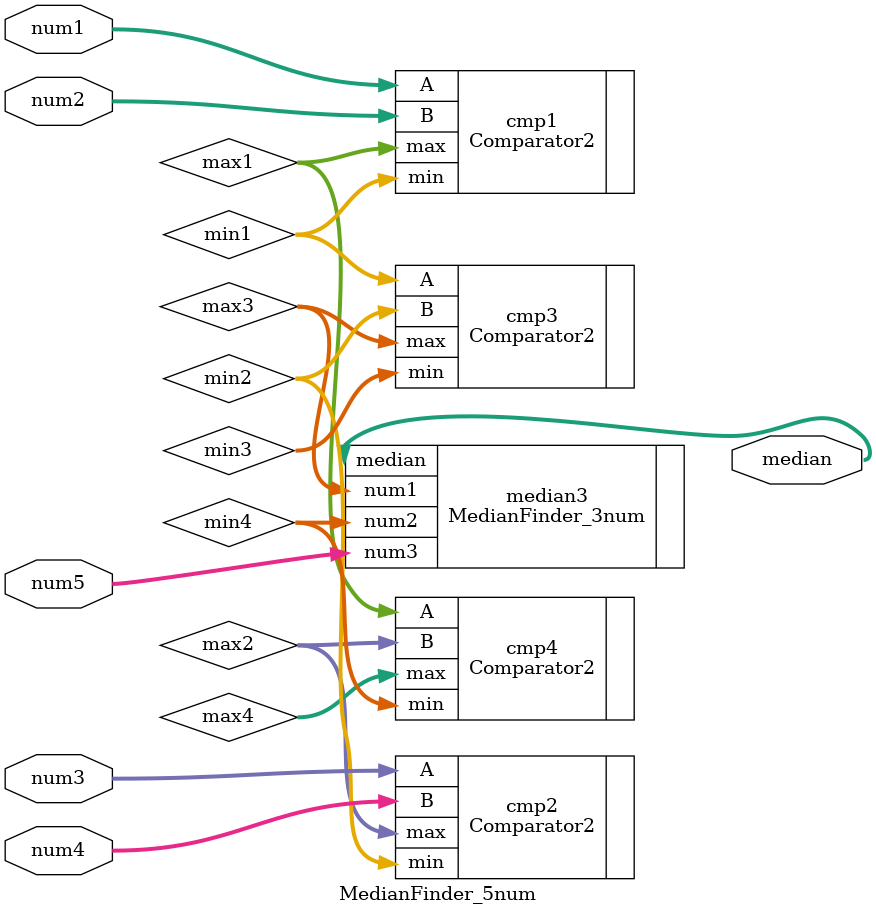
<source format=v>
`include "MedianFinder_3num.v"  

module MedianFinder_5num(
    input  [3:0]    num1, 
    input  [3:0]    num2, 
    input  [3:0]    num3, 
    input  [3:0]    num4, 
    input  [3:0]    num5,  
    output [3:0]    median  
);

	///////////////////////////////
	//	Write Your Design Here ~ //
	///////////////////////////////

    wire [3:0] min1, max1; // num1 和 num2 的 min/max
    wire [3:0] min2, max2; // num3 和 num4 的 min/max
    wire [3:0] min3, max3; // min1 和 min2 的 min/max
    wire [3:0] min4, max4; // max1 和 max2 的 min/max

    // 第一次比較 num1 和 num2
    Comparator2 cmp1 (
        .A(num1),
        .B(num2),
        .min(min1),
        .max(max1)
    );

    // 第二次比較 num3 和 num4
    Comparator2 cmp2 (
        .A(num3),
        .B(num4),
        .min(min2),
        .max(max2)
    );

    // 第三次比較 min1 和 min2，確保挑出較小值
    Comparator2 cmp3 (
        .A(min1),
        .B(min2),
        .min(min3),
        .max(max3) // max3 即為四個數字中的第二小數字
    );

    // 第四次比較 max1 和 max2，確保挑出較大值
    Comparator2 cmp4 (
        .A(max1),
        .B(max2),
        .min(min4), // min4 即為四個數字中的第二大數字
        .max(max4)
    );

    // 使用 MedianFinder_3num 找出中位數
    MedianFinder_3num median3 (
        .num1(max3),
        .num2(min4),
        .num3(num5),
        .median(median)
    );

endmodule


</source>
